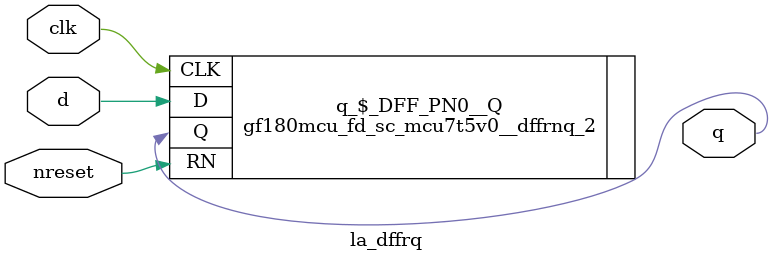
<source format=v>
/* Generated by Yosys 0.37 (git sha1 a5c7f69ed, clang 14.0.0-1ubuntu1.1 -fPIC -Os) */

module la_dffrq(d, clk, nreset, q);
  input clk;
  wire clk;
  input d;
  wire d;
  input nreset;
  wire nreset;
  output q;
  wire q;
  gf180mcu_fd_sc_mcu7t5v0__dffrnq_2 \q_$_DFF_PN0__Q  (
    .CLK(clk),
    .D(d),
    .Q(q),
    .RN(nreset)
  );
endmodule

</source>
